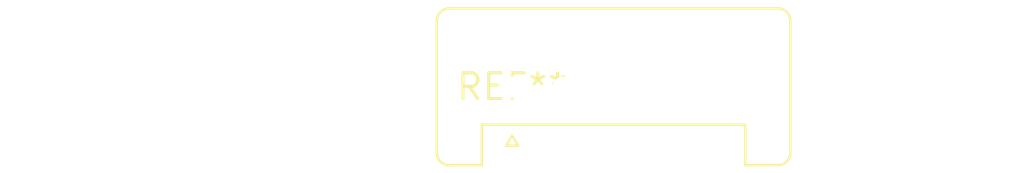
<source format=kicad_pcb>
(kicad_pcb (version 20240108) (generator pcbnew)
  (layers (0 "F.Cu" signal) (31 "B.Cu" signal) (34 "B.Paste" user) (35 "F.Paste" user) (36 "B.SilkS" user "B.Silkscreen") (37 "F.SilkS" user "F.Silkscreen") (38 "B.Mask" user) (39 "F.Mask" user) (44 "Edge.Cuts" user))
  (net 0 "")
  (footprint "Stocko_MKS_1655-6-0-505_1x5_P2.50mm_Vertical" (layer "F.Cu") (at 0 0)
    (property "Reference" "REF**")
    (property "Value" "Stocko_MKS_1655-6-0-505_1x5_P2.50mm_Vertical")
    (fp_line (start -3.71 -3.25) (end -3.71 3.25) (layer "F.SilkS") (stroke (width 0.12)))
    (fp_line (start -3.1 -3.86) (end 13.1 -3.86) (layer "F.SilkS") (stroke (width 0.12)))
    (fp_line (start -3.1 3.86) (end -1.49 3.86) (layer "F.SilkS") (stroke (width 0.12)))
    (fp_line (start -1.49 1.86) (end 11.49 1.86) (layer "F.SilkS") (stroke (width 0.12)))
    (fp_line (start -1.49 3.86) (end -1.49 1.86) (layer "F.SilkS") (stroke (width 0.12)))
    (fp_line (start -0.3 2.9) (end 0.3 2.9) (layer "F.SilkS") (stroke (width 0.12)))
    (fp_line (start 0 2.4) (end -0.3 2.9) (layer "F.SilkS") (stroke (width 0.12)))
    (fp_line (start 0.3 2.9) (end 0 2.4) (layer "F.SilkS") (stroke (width 0.12)))
    (fp_line (start 11.49 3.86) (end 11.49 1.86) (layer "F.SilkS") (stroke (width 0.12)))
    (fp_line (start 13.1 3.86) (end 11.49 3.86) (layer "F.SilkS") (stroke (width 0.12)))
    (fp_line (start 13.71 -3.25) (end 13.71 3.25) (layer "F.SilkS") (stroke (width 0.12)))
    (fp_arc (start -3.71 -3.25) (mid -3.531335 -3.681335) (end -3.1 -3.86) (layer "F.SilkS") (stroke (width 0.12)))
    (fp_arc (start -3.1 3.86) (mid -3.531335 3.681335) (end -3.71 3.25) (layer "F.SilkS") (stroke (width 0.12)))
    (fp_arc (start 13.1 -3.86) (mid 13.531335 -3.681335) (end 13.71 -3.25) (layer "F.SilkS") (stroke (width 0.12)))
    (fp_arc (start 13.71 3.25) (mid 13.531335 3.681335) (end 13.1 3.86) (layer "F.SilkS") (stroke (width 0.12)))
    (pad "1" thru_hole roundrect (at 0 0) (size 1.5 2) (drill 1) (layers *.Cu *.Mask) (remove_unused_layers))
    (pad "2" thru_hole oval (at 2.5 0) (size 1.5 2) (drill 1) (layers *.Cu *.Mask) (remove_unused_layers))
    (pad "3" thru_hole oval (at 5 0) (size 1.5 2) (drill 1) (layers *.Cu *.Mask) (remove_unused_layers))
    (pad "4" thru_hole oval (at 7.5 0) (size 1.5 2) (drill 1) (layers *.Cu *.Mask) (remove_unused_layers))
    (pad "5" thru_hole oval (at 10 0) (size 1.5 2) (drill 1) (layers *.Cu *.Mask) (remove_unused_layers))
  )
)
</source>
